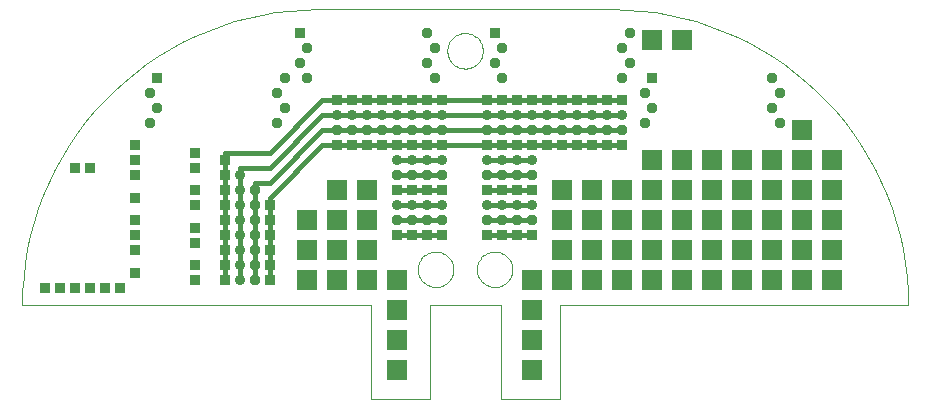
<source format=gbl>
G75*
G70*
%OFA0B0*%
%FSLAX24Y24*%
%IPPOS*%
%LPD*%
%AMOC8*
5,1,8,0,0,1.08239X$1,22.5*
%
%ADD10C,0.0000*%
%ADD11R,0.0357X0.0357*%
%ADD12OC8,0.0357*%
%ADD13C,0.0160*%
%ADD14C,0.0357*%
%ADD15R,0.0700X0.0700*%
D10*
X000101Y003252D02*
X011715Y003252D01*
X011715Y000102D01*
X013683Y000102D01*
X013683Y003252D01*
X016046Y003252D01*
X016046Y000102D01*
X018014Y000102D01*
X018014Y003252D01*
X029628Y003252D01*
X029629Y003252D02*
X029618Y003720D01*
X029584Y004188D01*
X029529Y004653D01*
X029451Y005115D01*
X029352Y005573D01*
X029230Y006025D01*
X029088Y006471D01*
X028924Y006910D01*
X028740Y007341D01*
X028535Y007762D01*
X028310Y008173D01*
X028066Y008574D01*
X027804Y008962D01*
X027523Y009337D01*
X027225Y009698D01*
X026910Y010044D01*
X026578Y010376D01*
X026232Y010691D01*
X025871Y010989D01*
X025496Y011270D01*
X025108Y011532D01*
X024707Y011776D01*
X024296Y012001D01*
X023875Y012206D01*
X023444Y012390D01*
X023005Y012554D01*
X022559Y012696D01*
X022107Y012818D01*
X021649Y012917D01*
X021187Y012995D01*
X020722Y013050D01*
X020254Y013084D01*
X019786Y013095D01*
X019786Y013094D02*
X009943Y013094D01*
X014274Y011716D02*
X014276Y011764D01*
X014282Y011812D01*
X014292Y011859D01*
X014305Y011905D01*
X014323Y011950D01*
X014343Y011994D01*
X014368Y012036D01*
X014396Y012075D01*
X014426Y012112D01*
X014460Y012146D01*
X014497Y012178D01*
X014535Y012207D01*
X014576Y012232D01*
X014619Y012254D01*
X014664Y012272D01*
X014710Y012286D01*
X014757Y012297D01*
X014805Y012304D01*
X014853Y012307D01*
X014901Y012306D01*
X014949Y012301D01*
X014997Y012292D01*
X015043Y012280D01*
X015088Y012263D01*
X015132Y012243D01*
X015174Y012220D01*
X015214Y012193D01*
X015252Y012163D01*
X015287Y012130D01*
X015319Y012094D01*
X015349Y012056D01*
X015375Y012015D01*
X015397Y011972D01*
X015417Y011928D01*
X015432Y011883D01*
X015444Y011836D01*
X015452Y011788D01*
X015456Y011740D01*
X015456Y011692D01*
X015452Y011644D01*
X015444Y011596D01*
X015432Y011549D01*
X015417Y011504D01*
X015397Y011460D01*
X015375Y011417D01*
X015349Y011376D01*
X015319Y011338D01*
X015287Y011302D01*
X015252Y011269D01*
X015214Y011239D01*
X015174Y011212D01*
X015132Y011189D01*
X015088Y011169D01*
X015043Y011152D01*
X014997Y011140D01*
X014949Y011131D01*
X014901Y011126D01*
X014853Y011125D01*
X014805Y011128D01*
X014757Y011135D01*
X014710Y011146D01*
X014664Y011160D01*
X014619Y011178D01*
X014576Y011200D01*
X014535Y011225D01*
X014497Y011254D01*
X014460Y011286D01*
X014426Y011320D01*
X014396Y011357D01*
X014368Y011396D01*
X014343Y011438D01*
X014323Y011482D01*
X014305Y011527D01*
X014292Y011573D01*
X014282Y011620D01*
X014276Y011668D01*
X014274Y011716D01*
X013289Y004433D02*
X013291Y004481D01*
X013297Y004529D01*
X013307Y004576D01*
X013320Y004622D01*
X013338Y004667D01*
X013358Y004711D01*
X013383Y004753D01*
X013411Y004792D01*
X013441Y004829D01*
X013475Y004863D01*
X013512Y004895D01*
X013550Y004924D01*
X013591Y004949D01*
X013634Y004971D01*
X013679Y004989D01*
X013725Y005003D01*
X013772Y005014D01*
X013820Y005021D01*
X013868Y005024D01*
X013916Y005023D01*
X013964Y005018D01*
X014012Y005009D01*
X014058Y004997D01*
X014103Y004980D01*
X014147Y004960D01*
X014189Y004937D01*
X014229Y004910D01*
X014267Y004880D01*
X014302Y004847D01*
X014334Y004811D01*
X014364Y004773D01*
X014390Y004732D01*
X014412Y004689D01*
X014432Y004645D01*
X014447Y004600D01*
X014459Y004553D01*
X014467Y004505D01*
X014471Y004457D01*
X014471Y004409D01*
X014467Y004361D01*
X014459Y004313D01*
X014447Y004266D01*
X014432Y004221D01*
X014412Y004177D01*
X014390Y004134D01*
X014364Y004093D01*
X014334Y004055D01*
X014302Y004019D01*
X014267Y003986D01*
X014229Y003956D01*
X014189Y003929D01*
X014147Y003906D01*
X014103Y003886D01*
X014058Y003869D01*
X014012Y003857D01*
X013964Y003848D01*
X013916Y003843D01*
X013868Y003842D01*
X013820Y003845D01*
X013772Y003852D01*
X013725Y003863D01*
X013679Y003877D01*
X013634Y003895D01*
X013591Y003917D01*
X013550Y003942D01*
X013512Y003971D01*
X013475Y004003D01*
X013441Y004037D01*
X013411Y004074D01*
X013383Y004113D01*
X013358Y004155D01*
X013338Y004199D01*
X013320Y004244D01*
X013307Y004290D01*
X013297Y004337D01*
X013291Y004385D01*
X013289Y004433D01*
X015258Y004433D02*
X015260Y004481D01*
X015266Y004529D01*
X015276Y004576D01*
X015289Y004622D01*
X015307Y004667D01*
X015327Y004711D01*
X015352Y004753D01*
X015380Y004792D01*
X015410Y004829D01*
X015444Y004863D01*
X015481Y004895D01*
X015519Y004924D01*
X015560Y004949D01*
X015603Y004971D01*
X015648Y004989D01*
X015694Y005003D01*
X015741Y005014D01*
X015789Y005021D01*
X015837Y005024D01*
X015885Y005023D01*
X015933Y005018D01*
X015981Y005009D01*
X016027Y004997D01*
X016072Y004980D01*
X016116Y004960D01*
X016158Y004937D01*
X016198Y004910D01*
X016236Y004880D01*
X016271Y004847D01*
X016303Y004811D01*
X016333Y004773D01*
X016359Y004732D01*
X016381Y004689D01*
X016401Y004645D01*
X016416Y004600D01*
X016428Y004553D01*
X016436Y004505D01*
X016440Y004457D01*
X016440Y004409D01*
X016436Y004361D01*
X016428Y004313D01*
X016416Y004266D01*
X016401Y004221D01*
X016381Y004177D01*
X016359Y004134D01*
X016333Y004093D01*
X016303Y004055D01*
X016271Y004019D01*
X016236Y003986D01*
X016198Y003956D01*
X016158Y003929D01*
X016116Y003906D01*
X016072Y003886D01*
X016027Y003869D01*
X015981Y003857D01*
X015933Y003848D01*
X015885Y003843D01*
X015837Y003842D01*
X015789Y003845D01*
X015741Y003852D01*
X015694Y003863D01*
X015648Y003877D01*
X015603Y003895D01*
X015560Y003917D01*
X015519Y003942D01*
X015481Y003971D01*
X015444Y004003D01*
X015410Y004037D01*
X015380Y004074D01*
X015352Y004113D01*
X015327Y004155D01*
X015307Y004199D01*
X015289Y004244D01*
X015276Y004290D01*
X015266Y004337D01*
X015260Y004385D01*
X015258Y004433D01*
X009943Y013095D02*
X009475Y013084D01*
X009007Y013050D01*
X008542Y012995D01*
X008080Y012917D01*
X007622Y012818D01*
X007170Y012696D01*
X006724Y012554D01*
X006285Y012390D01*
X005854Y012206D01*
X005433Y012001D01*
X005021Y011776D01*
X004621Y011532D01*
X004233Y011270D01*
X003858Y010989D01*
X003497Y010691D01*
X003151Y010376D01*
X002819Y010044D01*
X002504Y009698D01*
X002206Y009337D01*
X001925Y008962D01*
X001663Y008574D01*
X001419Y008174D01*
X001194Y007762D01*
X000989Y007341D01*
X000805Y006910D01*
X000641Y006471D01*
X000499Y006025D01*
X000377Y005573D01*
X000278Y005115D01*
X000200Y004653D01*
X000145Y004188D01*
X000111Y003720D01*
X000100Y003252D01*
D11*
X000851Y003815D03*
X001351Y003815D03*
X001851Y003815D03*
X002351Y003815D03*
X002851Y003815D03*
X003351Y003815D03*
X003851Y004315D03*
X003851Y005065D03*
X003851Y005565D03*
X003851Y006065D03*
X003851Y006815D03*
X003851Y007565D03*
X003851Y008065D03*
X003851Y008565D03*
X002351Y007815D03*
X001851Y007815D03*
X005851Y007815D03*
X005851Y008315D03*
X006851Y008065D03*
X006851Y007565D03*
X006851Y007065D03*
X006851Y006565D03*
X006851Y006065D03*
X006851Y005565D03*
X006851Y005065D03*
X006851Y004565D03*
X006851Y004065D03*
X005851Y004065D03*
X005851Y004565D03*
X005851Y005315D03*
X005851Y005815D03*
X005851Y006565D03*
X005851Y007065D03*
X008351Y006565D03*
X008351Y006065D03*
X008351Y005565D03*
X008351Y005065D03*
X008351Y004565D03*
X008351Y004065D03*
X012601Y005565D03*
X013101Y005565D03*
X013601Y005565D03*
X014101Y005565D03*
X015601Y005565D03*
X016101Y005565D03*
X016601Y005565D03*
X017101Y005565D03*
X017101Y007065D03*
X016601Y007065D03*
X016101Y007065D03*
X015601Y007065D03*
X014101Y007065D03*
X013601Y007065D03*
X013101Y007065D03*
X012601Y007065D03*
X012601Y008565D03*
X013101Y008565D03*
X013601Y008565D03*
X014101Y008565D03*
X015601Y008565D03*
X016101Y008565D03*
X016601Y008565D03*
X017101Y008565D03*
X017601Y008565D03*
X018101Y008565D03*
X018601Y008565D03*
X019101Y008565D03*
X019601Y008565D03*
X020101Y008565D03*
X020101Y010065D03*
X019601Y010065D03*
X019101Y010065D03*
X018601Y010065D03*
X018101Y010065D03*
X017601Y010065D03*
X017101Y010065D03*
X016601Y010065D03*
X016101Y010065D03*
X015601Y010065D03*
X014101Y010065D03*
X013601Y010065D03*
X013101Y010065D03*
X012601Y010065D03*
X012101Y010065D03*
X011601Y010065D03*
X011101Y010065D03*
X010601Y010065D03*
X010601Y008565D03*
X011101Y008565D03*
X011601Y008565D03*
X012101Y008565D03*
X004601Y010815D03*
X009351Y012315D03*
X015851Y012315D03*
X021101Y010815D03*
D12*
X020351Y011315D03*
X020101Y010815D03*
X020851Y010315D03*
X021101Y009815D03*
X020851Y009315D03*
X020101Y009065D03*
X019601Y009065D03*
X019101Y009065D03*
X018601Y009065D03*
X018101Y009065D03*
X017601Y009065D03*
X017101Y009065D03*
X016601Y009065D03*
X016101Y009065D03*
X015601Y009065D03*
X014101Y009065D03*
X013601Y009065D03*
X013101Y009065D03*
X012601Y009065D03*
X012101Y009065D03*
X011601Y009065D03*
X011101Y009065D03*
X010601Y009065D03*
X008851Y009815D03*
X008601Y010315D03*
X008851Y010815D03*
X009351Y011315D03*
X009601Y010815D03*
X009601Y011815D03*
X013601Y012315D03*
X013851Y011815D03*
X013601Y011315D03*
X013851Y010815D03*
X015851Y011315D03*
X016101Y010815D03*
X016101Y011815D03*
X020101Y011815D03*
X020351Y012315D03*
X025101Y010815D03*
X025351Y010315D03*
X025101Y009815D03*
X025351Y009315D03*
X017101Y007565D03*
X016601Y007565D03*
X016101Y007565D03*
X015601Y007565D03*
X014101Y007565D03*
X013601Y007565D03*
X013101Y007565D03*
X012601Y007565D03*
X012601Y006065D03*
X013101Y006065D03*
X013601Y006065D03*
X014101Y006065D03*
X015601Y006065D03*
X016101Y006065D03*
X016601Y006065D03*
X017101Y006065D03*
X008601Y009315D03*
X004601Y009815D03*
X004351Y010315D03*
X004351Y009315D03*
X007851Y007065D03*
X007851Y006565D03*
X007851Y006065D03*
X007851Y005565D03*
X007851Y005065D03*
X007851Y004565D03*
X007851Y004065D03*
D13*
X007851Y004565D01*
X007851Y005065D01*
X007851Y005565D01*
X007851Y006065D01*
X007851Y006565D01*
X007851Y007065D01*
X007851Y007315D01*
X008351Y007315D01*
X010101Y009065D01*
X016601Y009065D01*
X019601Y009065D01*
X020101Y009065D01*
X020101Y009565D02*
X019601Y009565D01*
X016601Y009565D01*
X010101Y009565D01*
X008351Y007815D01*
X007351Y007815D01*
X007351Y007565D01*
X007351Y006565D01*
X007351Y006065D01*
X007351Y005565D01*
X007351Y005065D01*
X007351Y004565D01*
X007351Y004065D01*
X006851Y004065D02*
X006851Y004565D01*
X006851Y005065D01*
X006851Y005565D01*
X006851Y006065D01*
X006851Y006565D01*
X006851Y008065D01*
X006851Y008315D01*
X008351Y008315D01*
X010101Y010065D01*
X019601Y010065D01*
X020101Y010065D01*
X020101Y008565D02*
X019601Y008565D01*
X010101Y008565D01*
X008351Y006815D01*
X008351Y006565D01*
X008351Y006065D01*
X008351Y005565D01*
X008351Y005065D01*
X008351Y004565D01*
X008351Y004065D01*
X012601Y005565D02*
X013101Y005565D01*
X013601Y005565D01*
X014101Y005565D01*
X014101Y006065D02*
X013601Y006065D01*
X013101Y006065D01*
X012601Y006065D01*
X012601Y006565D02*
X013101Y006565D01*
X013601Y006565D01*
X014101Y006565D01*
X014101Y007065D02*
X013601Y007065D01*
X013101Y007065D01*
X012601Y007065D01*
X012601Y007565D02*
X013101Y007565D01*
X013601Y007565D01*
X014101Y007565D01*
X014101Y008065D02*
X013601Y008065D01*
X013101Y008065D01*
X012601Y008065D01*
X015601Y008065D02*
X016101Y008065D01*
X016601Y008065D01*
X017101Y008065D01*
X017101Y007565D02*
X016601Y007565D01*
X016101Y007565D01*
X015601Y007565D01*
X015601Y007065D02*
X016101Y007065D01*
X016601Y007065D01*
X017101Y007065D01*
X017101Y006565D02*
X016601Y006565D01*
X016101Y006565D01*
X015601Y006565D01*
X015601Y006065D02*
X016101Y006065D01*
X016601Y006065D01*
X017101Y006065D01*
X017101Y005565D02*
X016601Y005565D01*
X016101Y005565D01*
X015601Y005565D01*
D14*
X015601Y006565D03*
X016101Y006565D03*
X016601Y006565D03*
X017101Y006565D03*
X014101Y006565D03*
X013601Y006565D03*
X013101Y006565D03*
X012601Y006565D03*
X012601Y008065D03*
X013101Y008065D03*
X013601Y008065D03*
X014101Y008065D03*
X015601Y008065D03*
X016101Y008065D03*
X016601Y008065D03*
X017101Y008065D03*
X017101Y009565D03*
X017601Y009565D03*
X018101Y009565D03*
X018601Y009565D03*
X019101Y009565D03*
X019601Y009565D03*
X020101Y009565D03*
X016601Y009565D03*
X016101Y009565D03*
X015601Y009565D03*
X014101Y009565D03*
X013601Y009565D03*
X013101Y009565D03*
X012601Y009565D03*
X012101Y009565D03*
X011601Y009565D03*
X011101Y009565D03*
X010601Y009565D03*
X007351Y007565D03*
X007351Y007065D03*
X007351Y006565D03*
X007351Y006065D03*
X007351Y005565D03*
X007351Y005065D03*
X007351Y004565D03*
X007351Y004065D03*
D15*
X009601Y004065D03*
X010601Y004065D03*
X011601Y004065D03*
X012601Y004065D03*
X011601Y005065D03*
X010601Y005065D03*
X009601Y005065D03*
X009601Y006065D03*
X010601Y006065D03*
X011601Y006065D03*
X011601Y007065D03*
X010601Y007065D03*
X017101Y004065D03*
X018101Y004065D03*
X019101Y004065D03*
X020101Y004065D03*
X021101Y004065D03*
X022101Y004065D03*
X023101Y004065D03*
X024101Y004065D03*
X025101Y004065D03*
X026101Y004065D03*
X027101Y004065D03*
X027101Y005065D03*
X026101Y005065D03*
X025101Y005065D03*
X024101Y005065D03*
X023101Y005065D03*
X022101Y005065D03*
X021101Y005065D03*
X020101Y005065D03*
X019101Y005065D03*
X018101Y005065D03*
X018101Y006065D03*
X019101Y006065D03*
X020101Y006065D03*
X021101Y006065D03*
X022101Y006065D03*
X023101Y006065D03*
X024101Y006065D03*
X025101Y006065D03*
X026101Y006065D03*
X027101Y006065D03*
X027101Y007065D03*
X026101Y007065D03*
X025101Y007065D03*
X024101Y007065D03*
X023101Y007065D03*
X022101Y007065D03*
X021101Y007065D03*
X020101Y007065D03*
X019101Y007065D03*
X018101Y007065D03*
X021101Y008065D03*
X022101Y008065D03*
X023101Y008065D03*
X024101Y008065D03*
X025101Y008065D03*
X026101Y008065D03*
X027101Y008065D03*
X026101Y009065D03*
X022101Y012065D03*
X021101Y012065D03*
X017101Y003065D03*
X017101Y002065D03*
X017101Y001065D03*
X012601Y001065D03*
X012601Y002065D03*
X012601Y003065D03*
M02*

</source>
